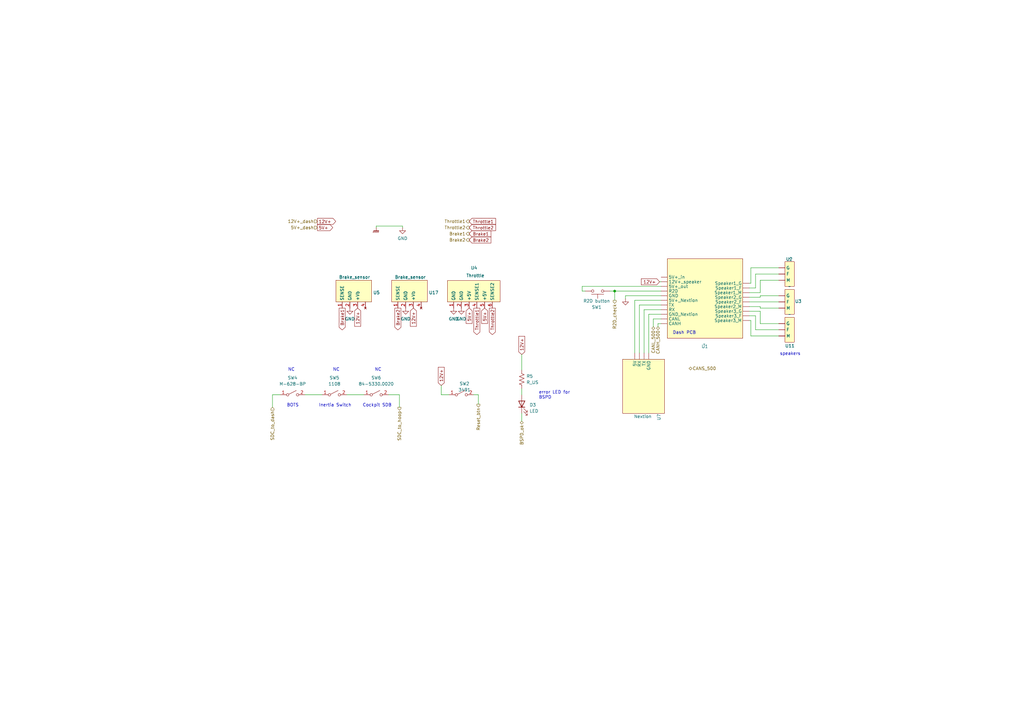
<source format=kicad_sch>
(kicad_sch (version 20250114) (generator "eeschema") (generator_version "9.0")
  (paper "A3")
  (title_block (title "SC FormulaE Electrical System"))
  (lib_symbols
    (symbol "Device:LED" (pin_numbers (hide yes)) (pin_names (offset 1.016) (hide yes))
      (property "Reference" "D" (at 0 2.54 0))
      (property "Value" "LED" (at 0 -2.54 0))
      (symbol "LED_0_1"
        (polyline (pts (xy -3.048 -0.762) (xy -4.572 -2.286) (xy -3.81 -2.286) (xy -4.572 -2.286) (xy -4.572 -1.524)))
        (polyline (pts (xy -1.778 -0.762) (xy -3.302 -2.286) (xy -2.54 -2.286) (xy -3.302 -2.286) (xy -3.302 -1.524)))
        (polyline (pts (xy -1.27 0) (xy 1.27 0)))
        (polyline (pts (xy -1.27 -1.27) (xy -1.27 1.27)) (stroke (width 0.254)))
        (polyline (pts (xy 1.27 -1.27) (xy 1.27 1.27) (xy -1.27 0) (xy 1.27 -1.27)) (stroke (width 0.254)))
      )
      (symbol "LED_1_1"
        (pin passive line (at -3.81 0 0) (length 2.54) (name "K") (number "1"))
        (pin passive line (at 3.81 0 180) (length 2.54) (name "A") (number "2"))
      )
    )
    (symbol "Device:R_US" (pin_numbers (hide yes)) (pin_names (offset 0))
      (property "Reference" "R" (at 2.54 0 90))
      (property "Value" "R_US" (at -2.54 0 90))
      (symbol "R_US_0_1"
        (polyline (pts (xy 0 2.286) (xy 0 2.54)))
        (polyline (pts (xy 0 2.286) (xy 1.016 1.905) (xy 0 1.524) (xy -1.016 1.143) (xy 0 0.762)))
        (polyline (pts (xy 0 0.762) (xy 1.016 0.381) (xy 0 0) (xy -1.016 -0.381) (xy 0 -0.762)))
        (polyline (pts (xy 0 -0.762) (xy 1.016 -1.143) (xy 0 -1.524) (xy -1.016 -1.905) (xy 0 -2.286)))
        (polyline (pts (xy 0 -2.286) (xy 0 -2.54)))
      )
      (symbol "R_US_1_1"
        (pin passive line (at 0 3.81 270) (length 1.27) (name "~") (number "1"))
        (pin passive line (at 0 -3.81 90) (length 1.27) (name "~") (number "2"))
      )
    )
    (symbol "FSAE:Buzzer"
      (property "Reference" "U" (at 0 0 0))
      (symbol "Buzzer_1_1"
        (rectangle (start -10.16 8.89) (end 0 5.08) (fill (type background)))
        (pin input line (at -7.62 2.54 90) (length 2.54) (name "G") (number ""))
        (pin input line (at -5.08 2.54 90) (length 2.54) (name "F") (number ""))
        (pin input line (at -2.54 2.54 90) (length 2.54) (name "M") (number ""))
      )
    )
    (symbol "FSAE:Dash_PCB"
      (property "Reference" "U1" (at -1.016 0.508 0))
      (property "Value" "~" (at 0 1.524 0))
      (symbol "Dash_PCB_1_1"
        (rectangle (start -15.24 36.449) (end 15.748 3.937) (fill (type background)))
        (pin output line (at -17.907 26.416 0) (length 2.54) (name "Speaker1_G") (number ""))
        (pin output line (at -17.907 24.511 0) (length 2.54) (name "Speaker1_F") (number ""))
        (pin output line (at -17.907 22.606 0) (length 2.54) (name "Speaker1_M") (number ""))
        (pin output line (at -17.907 20.701 0) (length 2.54) (name "Speaker2_G") (number ""))
        (pin output line (at -17.907 18.796 0) (length 2.54) (name "Speaker2_F") (number ""))
        (pin output line (at -17.907 16.891 0) (length 2.54) (name "Speaker2_M") (number ""))
        (pin output line (at -17.907 14.986 0) (length 2.54) (name "Speaker3_G") (number ""))
        (pin output line (at -17.907 13.081 0) (length 2.54) (name "Speaker3_F") (number ""))
        (pin output line (at -17.907 11.176 0) (length 2.54) (name "Speaker3_M") (number ""))
        (pin power_in line (at 18.288 28.956 180) (length 2.54) (name "5V+_in") (number ""))
        (pin power_in line (at 18.288 27.051 180) (length 2.54) (name "12V+_speaker") (number ""))
        (pin power_out line (at 18.288 25.146 180) (length 2.54) (name "5V+_out") (number ""))
        (pin input line (at 18.288 23.241 180) (length 2.54) (name "R2D") (number ""))
        (pin power_in line (at 18.288 21.336 180) (length 2.54) (name "GND") (number ""))
        (pin power_out line (at 18.288 19.431 180) (length 2.54) (name "5V+_Nextion") (number ""))
        (pin output line (at 18.288 17.526 180) (length 2.54) (name "TX") (number ""))
        (pin input line (at 18.288 15.621 180) (length 2.54) (name "RX") (number ""))
        (pin power_out line (at 18.288 13.716 180) (length 2.54) (name "GND_Nextion") (number ""))
        (pin bidirectional line (at 18.288 11.811 180) (length 2.54) (name "CANL") (number ""))
        (pin bidirectional line (at 18.288 9.906 180) (length 2.54) (name "CANH") (number ""))
      )
    )
    (symbol "FSAE:Nextion"
      (property "Reference" "U7" (at -6.604 -1.651 90))
      (property "Value" "Nextion" (at 0 0 0))
      (symbol "Nextion_0_1"
        (rectangle (start -8.89 23.495) (end 8.255 1.27) (fill (type background)))
      )
      (symbol "Nextion_1_1"
        (pin bidirectional line (at -2.413 26.035 270) (length 2.54) (name "GND") (number ""))
        (pin input line (at -0.508 26.035 270) (length 2.54) (name "TX") (number ""))
        (pin output line (at 1.397 26.035 270) (length 2.54) (name "RX") (number ""))
        (pin input line (at 3.302 26.035 270) (length 2.54) (name "5V") (number ""))
      )
    )
    (symbol "FSAE:brake_pressure"
      (property "Reference" "U17" (at -1.27 5.715 0))
      (property "Value" "~" (at 0 0 0))
      (symbol "brake_pressure_0_1"
        (rectangle (start -16.51 10.795) (end -1.905 1.905) (fill (type background)))
      )
      (symbol "brake_pressure_1_1"
        (pin input line (at -13.97 -0.635 90) (length 2.54) (name "SENSE") (number "1"))
        (pin input line (at -10.795 -0.635 90) (length 2.54) (name "GND") (number "2"))
        (pin input line (at -7.62 -0.635 90) (length 2.54) (name "+Vb") (number "3"))
        (pin no_connect line (at -4.445 -0.635 90) (length 2.54) (name "") (number "4"))
      )
    )
    (symbol "FSAE:throttle"
      (property "Reference" "U4" (at -1.905 3.175 0))
      (property "Value" "Throttle" (at 0 0 0))
      (symbol "throttle_0_1"
        (rectangle (start -11.43 -2.032) (end 10.16 -10.795) (fill (type background)))
      )
      (symbol "throttle_1_1"
        (pin input line (at -8.89 -13.335 90) (length 2.54) (name "GND") (number "1"))
        (pin input line (at -5.715 -13.335 90) (length 2.54) (name "GND") (number "2"))
        (pin input line (at -2.54 -13.335 90) (length 2.54) (name "+5V") (number "3"))
        (pin input line (at 0.635 -13.335 90) (length 2.54) (name "SENSE1") (number "4"))
        (pin input line (at 3.81 -13.335 90) (length 2.54) (name "+5V") (number "5"))
        (pin input line (at 6.985 -13.335 90) (length 2.54) (name "SENSE2") (number "6"))
      )
    )
    (symbol "Switch:SW_Push" (pin_numbers (hide yes)) (pin_names (offset 1.016) (hide yes))
      (property "Reference" "SW" (at 1.27 2.54 0))
      (property "Value" "SW_Push" (at 0 -1.524 0))
      (symbol "SW_Push_0_1"
        (circle (center -2.032 0) (radius 0.508))
        (polyline (pts (xy 0 1.27) (xy 0 3.048)))
        (circle (center 2.032 0) (radius 0.508))
        (polyline (pts (xy 2.54 1.27) (xy -2.54 1.27)))
        (pin passive line (at -5.08 0 0) (length 2.54) (name "1") (number "1"))
        (pin passive line (at 5.08 0 180) (length 2.54) (name "2") (number "2"))
      )
    )
    (symbol "Switch:SW_SPST" (pin_names (offset 0) (hide yes))
      (property "Reference" "SW" (at 0 3.175 0))
      (property "Value" "SW_SPST" (at 0 -2.54 0))
      (symbol "SW_SPST_0_0"
        (circle (center -2.032 0) (radius 0.508))
        (polyline (pts (xy -1.524 0.254) (xy 1.524 1.778)))
        (circle (center 2.032 0) (radius 0.508))
      )
      (symbol "SW_SPST_1_1"
        (pin passive line (at -5.08 0 0) (length 2.54) (name "A") (number "1"))
        (pin passive line (at 5.08 0 180) (length 2.54) (name "B") (number "2"))
      )
    )
    (symbol "power:GND" (power) (pin_names (offset 0))
      (property "Value" "GND" (at 0 -3.81 0))
      (symbol "GND_0_1"
        (polyline (pts (xy 0 0) (xy 0 -1.27) (xy 1.27 -1.27) (xy 0 -2.54) (xy -1.27 -1.27) (xy 0 -1.27)))
      )
      (symbol "GND_1_1"
        (pin power_in line (at 0 0 270) (length 0) (hide yes) (name "GND") (number "1"))
      )
    )
    (symbol "power:GNDPWR" (power) (pin_numbers (hide yes)) (pin_names (offset 0) (hide yes))
      (property "Value" "GNDPWR" (at 0 -3.302 0))
      (symbol "GNDPWR_0_1"
        (polyline (pts (xy -1.016 -1.27) (xy -1.27 -2.032) (xy -1.27 -2.032)) (stroke (width 0.2032)))
        (polyline (pts (xy -0.508 -1.27) (xy -0.762 -2.032) (xy -0.762 -2.032)) (stroke (width 0.2032)))
        (polyline (pts (xy 0 -1.27) (xy 0 0)))
        (polyline (pts (xy 0 -1.27) (xy -0.254 -2.032) (xy -0.254 -2.032)) (stroke (width 0.2032)))
        (polyline (pts (xy 0.508 -1.27) (xy 0.254 -2.032) (xy 0.254 -2.032)) (stroke (width 0.2032)))
        (polyline (pts (xy 1.016 -1.27) (xy -1.016 -1.27) (xy -1.016 -1.27)) (stroke (width 0.2032)))
        (polyline (pts (xy 1.016 -1.27) (xy 0.762 -2.032) (xy 0.762 -2.032) (xy 0.762 -2.032)) (stroke (width 0.2032)))
      )
      (symbol "GNDPWR_1_1"
        (pin power_in line (at 0 0 270) (length 0) (name "~") (number "1"))
      )
    )
  )
  (text "NC" (at 136.525 152.4 0) (effects (font (size 1.27 1.27)) (justify left bottom)))
  (text "Cockpit SDB" (at 160.655 167.005 0) (effects (font (size 1.27 1.27)) (justify right bottom)))
  (text "error LED for\nBSPD " (at 220.98 162.052 0) (effects (font (size 1.27 1.27)) (justify left)))
  (text "speakers" (at 324.104 145.161 0) (effects (font (size 1.27 1.27))))
  (text "NC" (at 153.67 152.4 0) (effects (font (size 1.27 1.27)) (justify left bottom)))
  (text "BOTS\n" (at 122.555 167.005 0) (effects (font (size 1.27 1.27)) (justify right bottom)))
  (text "Dash PCB" (at 280.67 136.525 0) (effects (font (size 1.27 1.27))))
  (text "Inertia Switch\n" (at 144.145 167.005 0) (effects (font (size 1.27 1.27)) (justify right bottom)))
  (text "NC" (at 118.11 152.4 0) (effects (font (size 1.27 1.27)) (justify left bottom)))
  (junction (at 252.095 119.38))
  (wire (pts (xy 213.995 169.545) (xy 213.995 172.72)))
  (wire (pts (xy 307.975 131.445) (xy 307.975 137.795)))
  (wire (pts (xy 319.405 135.255) (xy 309.88 135.255)))
  (wire (pts (xy 111.76 161.925) (xy 111.76 167.005)))
  (wire (pts (xy 269.875 132.715) (xy 271.145 132.715)))
  (wire (pts (xy 180.975 161.925) (xy 184.15 161.925)))
  (wire (pts (xy 256.54 121.285) (xy 271.145 121.285)))
  (wire (pts (xy 196.215 161.925) (xy 196.215 165.735)))
  (wire (pts (xy 238.76 119.38) (xy 240.03 119.38)))
  (wire (pts (xy 309.88 135.255) (xy 309.88 129.54)))
  (wire (pts (xy 307.34 120.015) (xy 311.785 120.015)))
  (wire (pts (xy 163.83 161.925) (xy 159.385 161.925)))
  (wire (pts (xy 264.16 127) (xy 264.16 144.78)))
  (wire (pts (xy 271.145 130.81) (xy 267.97 130.81)))
  (wire (pts (xy 266.065 128.905) (xy 266.065 144.78)))
  (wire (pts (xy 311.785 114.935) (xy 311.785 120.015)))
  (wire (pts (xy 311.785 132.715) (xy 319.405 132.715)))
  (wire (pts (xy 307.34 123.825) (xy 319.405 123.825)))
  (wire (pts (xy 309.88 112.395) (xy 319.405 112.395)))
  (wire (pts (xy 311.785 121.92) (xy 307.34 121.92)))
  (wire (pts (xy 309.88 118.11) (xy 309.88 112.395)))
  (wire (pts (xy 266.065 128.905) (xy 271.145 128.905)))
  (wire (pts (xy 307.34 127.635) (xy 311.785 127.635)))
  (wire (pts (xy 256.54 121.285) (xy 256.54 122.555)))
  (wire (pts (xy 271.145 123.19) (xy 260.35 123.19)))
  (wire (pts (xy 165.1 92.71) (xy 165.1 93.345)))
  (wire (pts (xy 260.35 123.19) (xy 260.35 144.78)))
  (wire (pts (xy 311.785 121.285) (xy 319.405 121.285)))
  (wire (pts (xy 252.095 119.38) (xy 271.145 119.38)))
  (wire (pts (xy 149.225 161.925) (xy 142.24 161.925)))
  (wire (pts (xy 267.97 130.81) (xy 267.97 133.985)))
  (wire (pts (xy 307.34 118.11) (xy 309.88 118.11)))
  (wire (pts (xy 311.785 126.365) (xy 319.405 126.365)))
  (wire (pts (xy 311.785 114.935) (xy 319.405 114.935)))
  (wire (pts (xy 262.255 125.095) (xy 271.145 125.095)))
  (wire (pts (xy 271.145 127) (xy 264.16 127)))
  (wire (pts (xy 311.785 125.73) (xy 307.34 125.73)))
  (wire (pts (xy 319.405 109.855) (xy 307.975 109.855)))
  (wire (pts (xy 238.76 117.475) (xy 271.145 117.475)))
  (wire (pts (xy 311.785 126.365) (xy 311.785 125.73)))
  (wire (pts (xy 213.995 145.415) (xy 213.995 151.765)))
  (wire (pts (xy 238.76 117.475) (xy 238.76 119.38)))
  (wire (pts (xy 163.83 167.005) (xy 163.83 161.925)))
  (wire (pts (xy 125.095 161.925) (xy 132.08 161.925)))
  (wire (pts (xy 262.255 125.095) (xy 262.255 144.78)))
  (wire (pts (xy 307.975 137.795) (xy 319.405 137.795)))
  (wire (pts (xy 307.34 116.205) (xy 307.975 116.205)))
  (wire (pts (xy 154.305 92.71) (xy 154.305 93.345)))
  (wire (pts (xy 154.305 92.71) (xy 165.1 92.71)))
  (wire (pts (xy 307.975 109.855) (xy 307.975 116.205)))
  (wire (pts (xy 269.875 133.985) (xy 269.875 132.715)))
  (wire (pts (xy 213.995 159.385) (xy 213.995 161.925)))
  (wire (pts (xy 250.19 119.38) (xy 252.095 119.38)))
  (wire (pts (xy 194.31 161.925) (xy 196.215 161.925)))
  (wire (pts (xy 252.095 123.19) (xy 252.095 119.38)))
  (wire (pts (xy 307.34 131.445) (xy 307.975 131.445)))
  (wire (pts (xy 270.51 115.57) (xy 271.145 115.57)))
  (wire (pts (xy 114.935 161.925) (xy 111.76 161.925)))
  (wire (pts (xy 309.88 129.54) (xy 307.34 129.54)))
  (wire (pts (xy 180.975 158.115) (xy 180.975 161.925)))
  (wire (pts (xy 311.785 127.635) (xy 311.785 132.715)))
  (wire (pts (xy 311.785 121.285) (xy 311.785 121.92)))
  (global_label "12V+" (shape input) (at 180.975 158.115 90) (property "Intersheetrefs" "${INTERSHEET_REFS}" (effects (hide yes))))
  (global_label "Brake1" (shape output) (at 140.335 126.365 270) (property "Intersheetrefs" "${INTERSHEET_REFS}" (effects (hide yes))))
  (global_label "Throttle2" (shape output) (at 201.93 126.365 270) (property "Intersheetrefs" "${INTERSHEET_REFS}" (effects (hide yes))))
  (global_label "Brake1" (shape input) (at 192.405 95.885 0) (property "Intersheetrefs" "${INTERSHEET_REFS}" (effects (hide yes))))
  (global_label "12V+" (shape input) (at 169.545 126.365 270) (property "Intersheetrefs" "${INTERSHEET_REFS}" (effects (hide yes))))
  (global_label "5V+" (shape input) (at 192.405 126.365 270) (property "Intersheetrefs" "${INTERSHEET_REFS}" (effects (hide yes))))
  (global_label "12V+" (shape input) (at 146.685 126.365 270) (property "Intersheetrefs" "${INTERSHEET_REFS}" (effects (hide yes))))
  (global_label "5V+" (shape input) (at 198.755 126.365 270) (property "Intersheetrefs" "${INTERSHEET_REFS}" (effects (hide yes))))
  (global_label "5V+" (shape output) (at 130.175 93.345 0) (property "Intersheetrefs" "${INTERSHEET_REFS}" (effects (hide yes))))
  (global_label "12V+" (shape input) (at 213.995 145.415 90) (property "Intersheetrefs" "${INTERSHEET_REFS}" (effects (hide yes))))
  (global_label "Brake2" (shape input) (at 192.405 98.425 0) (property "Intersheetrefs" "${INTERSHEET_REFS}" (effects (hide yes))))
  (global_label "12V+" (shape output) (at 130.175 90.805 0) (property "Intersheetrefs" "${INTERSHEET_REFS}" (effects (hide yes))))
  (global_label "Throttle1" (shape output) (at 195.58 126.365 270) (property "Intersheetrefs" "${INTERSHEET_REFS}" (effects (hide yes))))
  (global_label "Throttle1" (shape input) (at 192.405 90.805 0) (property "Intersheetrefs" "${INTERSHEET_REFS}" (effects (hide yes))))
  (global_label "12V+" (shape input) (at 270.51 115.57 180) (property "Intersheetrefs" "${INTERSHEET_REFS}" (effects (hide yes))))
  (global_label "Throttle2" (shape input) (at 192.405 93.345 0) (property "Intersheetrefs" "${INTERSHEET_REFS}" (effects (hide yes))))
  (global_label "Brake2" (shape output) (at 163.195 126.365 270) (property "Intersheetrefs" "${INTERSHEET_REFS}" (effects (hide yes))))
  (hierarchical_label "5V+_dash" (shape input) (at 130.175 93.345 180))
  (hierarchical_label "Throttle2" (shape output) (at 192.405 93.345 180))
  (hierarchical_label "Brake1" (shape output) (at 192.405 95.885 180))
  (hierarchical_label "Throttle1" (shape output) (at 192.405 90.805 180))
  (hierarchical_label "12V+_dash" (shape input) (at 130.175 90.805 180))
  (hierarchical_label "CANH_500" (shape bidirectional) (at 269.875 133.985 270))
  (hierarchical_label "CANS_500" (shape bidirectional) (at 282.575 151.13 0))
  (hierarchical_label "R2D_check" (shape output) (at 252.095 123.19 270))
  (hierarchical_label "Brake2" (shape output) (at 192.405 98.425 180))
  (hierarchical_label "Reset_btn" (shape output) (at 196.215 165.735 270))
  (hierarchical_label "SDC_to_dash" (shape input) (at 111.76 167.005 270))
  (hierarchical_label "BSPD_ok" (shape bidirectional) (at 213.995 172.72 270))
  (hierarchical_label "SDC_to_hoop" (shape output) (at 163.83 167.005 270))
  (hierarchical_label "CANL_500" (shape bidirectional) (at 267.97 133.985 270))
  (symbol (lib_id "Switch:SW_SPST") (at 137.16 161.925 0) (unit 1)
    (property "Reference" "SW5" (at 137.16 154.94 0))
    (property "Value" "1108" (at 137.16 157.48 0))
  )
  (symbol (lib_id "FSAE:brake_pressure") (at 154.305 125.73 0) (unit 1)
    (property "Reference" "U5" (at 153.035 120.015 0) (effects (justify left)))
    (property "Value" "Brake_sensor" (at 145.415 113.665 0))
  )
  (symbol (lib_id "FSAE:throttle") (at 194.945 113.03 0) (unit 1)
    (property "Reference" "U4" (at 193.04 109.855 0) (effects (justify left)))
    (property "Value" "Throttle" (at 194.945 113.03 0))
  )
  (symbol (lib_id "Device:R_US") (at 213.995 155.575 0) (unit 1)
    (property "Reference" "R5" (at 215.9 154.3049 0) (effects (justify left)))
    (property "Value" "R_US" (at 215.9 156.8449 0) (effects (justify left)))
    (property "Description" "Resistor, US symbol" (effects (hide yes)))
  )
  (symbol (lib_id "power:GND") (at 166.37 126.365 0) (unit 1)
    (property "Reference" "#PWR010" (effects (hide yes)))
    (property "Value" "GND" (at 166.37 130.81 0))
  )
  (symbol (lib_id "Device:LED") (at 213.995 165.735 90) (unit 1)
    (property "Reference" "D3" (at 217.17 166.0524 90) (effects (justify right)))
    (property "Value" "LED" (at 217.17 168.5924 90) (effects (justify right)))
    (property "Description" "Light emitting diode" (effects (hide yes)))
  )
  (symbol (lib_id "FSAE:brake_pressure") (at 177.165 125.73 0) (unit 1)
    (property "Reference" "U17" (at 175.895 120.015 0) (effects (justify left)))
    (property "Value" "Brake_sensor" (at 168.275 113.665 0))
  )
  (symbol (lib_id "FSAE:Dash_PCB") (at 289.433 142.621 0) (mirror y) (unit 1)
    (property "Reference" "U1" (at 290.449 142.113 0) (effects (justify left)))
    (property "Value" "~" (at 289.433 141.097 0) (effects (justify left)))
  )
  (symbol (lib_id "power:GND") (at 186.055 126.365 0) (unit 1)
    (property "Reference" "#PWR011" (effects (hide yes)))
    (property "Value" "GND" (at 186.055 130.81 0))
  )
  (symbol (lib_id "FSAE:Buzzer") (at 316.865 140.335 270) (unit 1)
    (property "Reference" "U11" (at 323.977 141.859 90))
    (property "Value" "~" (at 323.85 128.905 90))
  )
  (symbol (lib_id "power:GND") (at 189.23 126.365 0) (unit 1)
    (property "Reference" "#PWR012" (effects (hide yes)))
    (property "Value" "GND" (at 189.23 130.81 0))
  )
  (symbol (lib_id "Switch:SW_SPST") (at 120.015 161.925 0) (unit 1)
    (property "Reference" "SW4" (at 120.015 154.94 0))
    (property "Value" "M-628-BP" (at 120.015 157.48 0))
  )
  (symbol (lib_id "power:GND") (at 165.1 93.345 0) (unit 1)
    (property "Reference" "#PWR08" (effects (hide yes)))
    (property "Value" "GND" (at 165.1 97.79 0))
  )
  (symbol (lib_id "FSAE:Buzzer") (at 316.865 117.475 270) (unit 1)
    (property "Reference" "U2" (at 323.723 106.299 90))
    (property "Value" "~" (at 323.85 106.045 90))
  )
  (symbol (lib_id "Switch:SW_SPST") (at 154.305 161.925 0) (unit 1)
    (property "Reference" "SW6" (at 154.305 154.94 0))
    (property "Value" "84-5330.0020" (at 154.305 157.48 0))
  )
  (symbol (lib_id "power:GND") (at 256.54 122.555 0) (unit 1)
    (property "Reference" "#PWR014" (effects (hide yes)))
    (property "Value" "GND" (effects (hide yes)))
  )
  (symbol (lib_id "power:GND") (at 143.51 126.365 0) (unit 1)
    (property "Reference" "#PWR09" (effects (hide yes)))
    (property "Value" "GND" (at 143.51 130.81 0))
  )
  (symbol (lib_id "power:GNDPWR") (at 154.305 93.345 0) (unit 1)
    (property "Reference" "#PWR07" (effects (hide yes)))
    (property "Value" "GNDPWR" (effects (hide yes)))
    (property "Description" "Power symbol creates a global label with name \"GNDPWR\" , global ground" (effects (hide yes)))
  )
  (symbol (lib_id "FSAE:Buzzer") (at 316.865 128.905 270) (unit 1)
    (property "Reference" "U3" (at 327.406 123.571 90))
    (property "Value" "~" (at 323.85 117.475 90))
  )
  (symbol (lib_id "Switch:SW_Push") (at 245.11 119.38 180) (unit 1)
    (property "Reference" "SW1" (at 244.729 125.984 0))
    (property "Value" "R2D button" (at 244.729 123.444 0))
    (property "Description" "Push button switch, generic, two pins" (effects (hide yes)))
  )
  (symbol (lib_id "FSAE:Nextion") (at 263.652 170.815 0) (mirror y) (unit 1)
    (property "Reference" "U7" (at 270.256 172.466 90) (effects (justify left)))
    (property "Value" "Nextion" (at 263.652 170.815 0))
  )
  (symbol (lib_id "Switch:SW_SPST") (at 189.23 161.925 0) (unit 1)
    (property "Reference" "SW2" (at 190.5 157.353 0))
    (property "Value" "3491" (at 190.5 159.893 0))
  )
)
</source>
